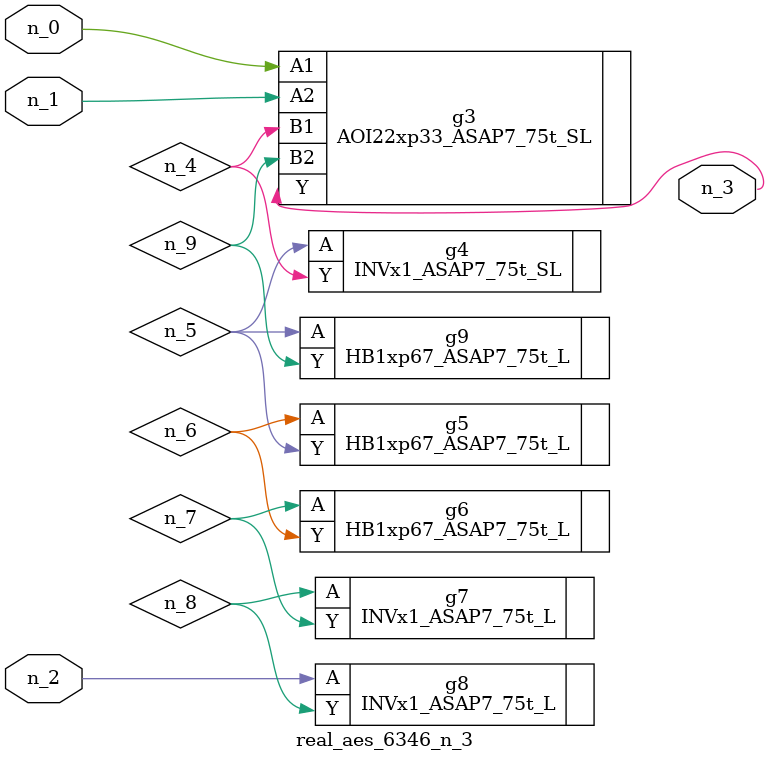
<source format=v>
module real_aes_6346_n_3 (n_0, n_2, n_1, n_3);
input n_0;
input n_2;
input n_1;
output n_3;
wire n_4;
wire n_5;
wire n_7;
wire n_9;
wire n_6;
wire n_8;
AOI22xp33_ASAP7_75t_SL g3 ( .A1(n_0), .A2(n_1), .B1(n_4), .B2(n_9), .Y(n_3) );
INVx1_ASAP7_75t_L g8 ( .A(n_2), .Y(n_8) );
INVx1_ASAP7_75t_SL g4 ( .A(n_5), .Y(n_4) );
HB1xp67_ASAP7_75t_L g9 ( .A(n_5), .Y(n_9) );
HB1xp67_ASAP7_75t_L g5 ( .A(n_6), .Y(n_5) );
HB1xp67_ASAP7_75t_L g6 ( .A(n_7), .Y(n_6) );
INVx1_ASAP7_75t_L g7 ( .A(n_8), .Y(n_7) );
endmodule
</source>
